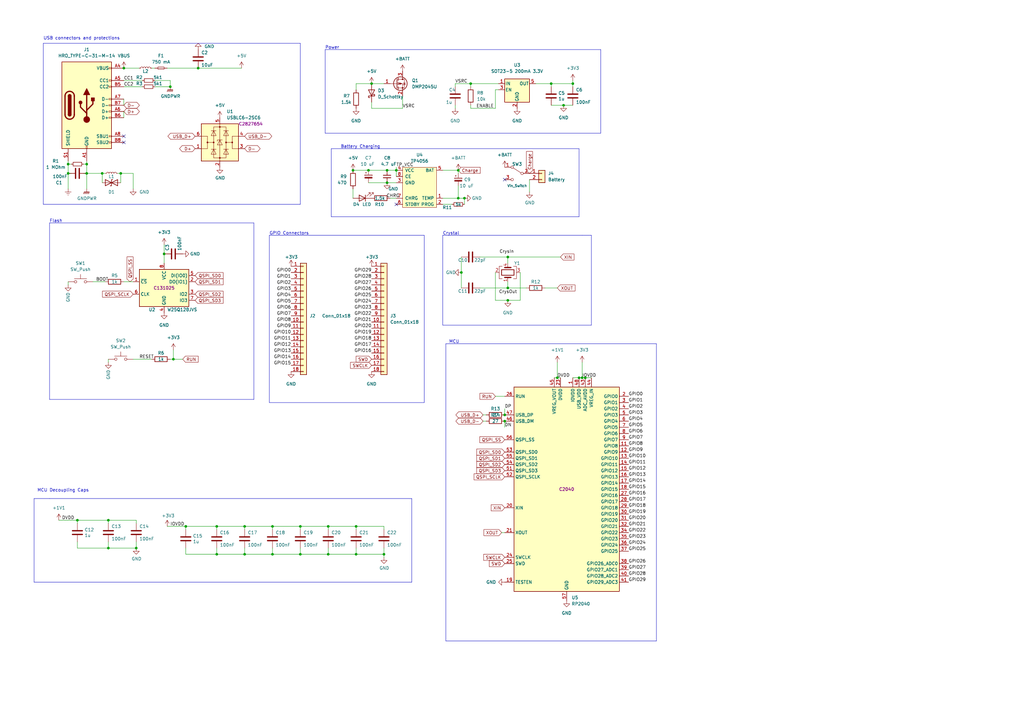
<source format=kicad_sch>
(kicad_sch (version 20211123) (generator eeschema)
  (paper "A3")
  (junction (at 208.28 118.11))
  (junction (at 162.56 69.85))
  (junction (at 207.01 170.18))
  (junction (at 49.53 71.12))
  (junction (at 208.28 105.41))
  (junction (at 240.03 154.94))
  (junction (at 123.19 227.33))
  (junction (at 190.5 81.28))
  (junction (at 100.33 227.33))
  (junction (at 69.85 35.56))
  (junction (at 88.9 215.9))
  (junction (at 134.62 215.9))
  (junction (at 44.45 224.79))
  (junction (at 187.96 69.85))
  (junction (at 234.95 34.29))
  (junction (at 146.05 227.33))
  (junction (at 41.91 71.12))
  (junction (at 158.75 69.85))
  (junction (at 231.14 43.18))
  (junction (at 111.76 227.33))
  (junction (at 228.6 154.94))
  (junction (at 123.19 215.9))
  (junction (at 187.96 81.28))
  (junction (at 144.78 69.85))
  (junction (at 134.62 227.33))
  (junction (at 111.76 215.9))
  (junction (at 27.94 67.31) (diameter 0.9144))
  (junction (at 55.88 224.79))
  (junction (at 146.05 215.9))
  (junction (at 193.04 34.29))
  (junction (at 100.33 215.9))
  (junction (at 158.75 74.93))
  (junction (at 76.2 215.9))
  (junction (at 208.28 123.19))
  (junction (at 226.06 34.29))
  (junction (at 238.76 154.94))
  (junction (at 151.13 69.85))
  (junction (at 67.31 104.14))
  (junction (at 152.4 34.29))
  (junction (at 35.56 67.31) (diameter 0.9144))
  (junction (at 71.12 147.32))
  (junction (at 44.45 213.36))
  (junction (at 27.94 71.12) (diameter 0.9144))
  (junction (at 88.9 227.33))
  (junction (at 157.48 227.33))
  (junction (at 81.28 27.94))
  (junction (at 237.49 154.94))
  (junction (at 31.75 213.36))
  (junction (at 50.8 27.94))
  (junction (at 35.56 71.12) (diameter 0.9144))
  (junction (at 207.01 172.72))
  (junction (at 189.23 111.76))
  (no_connect (at 50.8 58.42))
  (no_connect (at 50.8 55.88))
  (no_connect (at 207.01 73.66))
  (no_connect (at 162.56 83.82))
  (wire (pts (xy 100.33 227.33) (xy 88.9 227.33)))
  (wire (pts (xy 207.01 175.26) (xy 207.01 172.72)))
  (wire (pts (xy 111.76 217.17) (xy 111.76 215.9)))
  (wire (pts (xy 69.85 33.02) (xy 69.85 35.56)))
  (wire (pts (xy 123.19 215.9) (xy 134.62 215.9)))
  (wire (pts (xy 38.1 115.57) (xy 43.18 115.57)))
  (wire (pts (xy 144.78 77.47) (xy 144.78 81.28)))
  (wire (pts (xy 165.1 39.37) (xy 165.1 44.45)))
  (wire (pts (xy 196.85 105.41) (xy 208.28 105.41)))
  (wire (pts (xy 234.95 33.02) (xy 234.95 34.29)))
  (polyline (pts (xy 17.78 17.78) (xy 123.19 17.78)) (stroke (width 0) (type solid)))
  (wire (pts (xy 50.8 45.72) (xy 50.8 48.26)))
  (wire (pts (xy 44.45 222.25) (xy 44.45 224.79)))
  (wire (pts (xy 186.69 34.29) (xy 186.69 35.56)))
  (wire (pts (xy 193.04 35.56) (xy 193.04 34.29)))
  (wire (pts (xy 203.2 162.56) (xy 207.01 162.56)))
  (wire (pts (xy 227.33 154.94) (xy 228.6 154.94)))
  (polyline (pts (xy 135.89 60.96) (xy 135.89 88.9)) (stroke (width 0) (type solid)))
  (polyline (pts (xy 182.88 140.97) (xy 182.88 262.89)) (stroke (width 0) (type solid)))
  (wire (pts (xy 187.96 76.2) (xy 187.96 81.28)))
  (wire (pts (xy 34.29 67.31) (xy 35.56 67.31)))
  (wire (pts (xy 88.9 215.9) (xy 100.33 215.9)))
  (wire (pts (xy 41.91 71.12) (xy 35.56 71.12)))
  (wire (pts (xy 76.2 224.79) (xy 76.2 227.33)))
  (wire (pts (xy 62.23 27.94) (xy 63.5 27.94)))
  (wire (pts (xy 146.05 34.29) (xy 152.4 34.29)))
  (wire (pts (xy 226.06 34.29) (xy 226.06 35.56)))
  (wire (pts (xy 238.76 148.59) (xy 238.76 154.94)))
  (wire (pts (xy 198.12 170.18) (xy 199.39 170.18)))
  (wire (pts (xy 146.05 227.33) (xy 157.48 227.33)))
  (wire (pts (xy 44.45 213.36) (xy 55.88 213.36)))
  (polyline (pts (xy 237.49 88.9) (xy 237.49 60.96)) (stroke (width 0) (type solid)))
  (wire (pts (xy 193.04 34.29) (xy 204.47 34.29)))
  (wire (pts (xy 50.8 33.02) (xy 58.42 33.02)))
  (wire (pts (xy 152.4 34.29) (xy 157.48 34.29)))
  (wire (pts (xy 223.52 118.11) (xy 228.6 118.11)))
  (wire (pts (xy 31.75 222.25) (xy 31.75 224.79)))
  (wire (pts (xy 134.62 217.17) (xy 134.62 215.9)))
  (wire (pts (xy 71.12 147.32) (xy 69.85 147.32)))
  (wire (pts (xy 88.9 224.79) (xy 88.9 227.33)))
  (polyline (pts (xy 20.32 91.44) (xy 104.14 91.44)) (stroke (width 0) (type solid)))
  (wire (pts (xy 31.75 213.36) (xy 44.45 213.36)))
  (wire (pts (xy 160.02 81.28) (xy 162.56 81.28)))
  (wire (pts (xy 203.2 36.83) (xy 203.2 44.45)))
  (wire (pts (xy 208.28 105.41) (xy 229.87 105.41)))
  (polyline (pts (xy 20.32 204.47) (xy 168.91 204.47)) (stroke (width 0) (type solid)))
  (wire (pts (xy 198.12 172.72) (xy 199.39 172.72)))
  (wire (pts (xy 157.48 217.17) (xy 157.48 215.9)))
  (wire (pts (xy 186.69 44.45) (xy 186.69 43.18)))
  (wire (pts (xy 208.28 115.57) (xy 208.28 118.11)))
  (wire (pts (xy 63.5 33.02) (xy 69.85 33.02)))
  (wire (pts (xy 240.03 154.94) (xy 242.57 154.94)))
  (wire (pts (xy 217.17 73.66) (xy 217.17 78.74)))
  (wire (pts (xy 204.47 36.83) (xy 203.2 36.83)))
  (polyline (pts (xy 238.76 96.52) (xy 181.61 96.52)) (stroke (width 0) (type solid)))
  (wire (pts (xy 158.75 74.93) (xy 162.56 74.93)))
  (wire (pts (xy 76.2 217.17) (xy 76.2 215.9)))
  (wire (pts (xy 24.13 213.36) (xy 31.75 213.36)))
  (wire (pts (xy 162.56 69.85) (xy 162.56 72.39)))
  (wire (pts (xy 31.75 224.79) (xy 44.45 224.79)))
  (wire (pts (xy 48.26 71.12) (xy 49.53 71.12)))
  (polyline (pts (xy 181.61 133.35) (xy 242.57 133.35)) (stroke (width 0) (type solid)))
  (wire (pts (xy 203.2 123.19) (xy 208.28 123.19)))
  (wire (pts (xy 146.05 215.9) (xy 157.48 215.9)))
  (wire (pts (xy 146.05 34.29) (xy 146.05 36.83)))
  (wire (pts (xy 49.53 71.12) (xy 49.53 74.93)))
  (polyline (pts (xy 123.19 83.82) (xy 123.19 17.78)) (stroke (width 0) (type solid)))
  (wire (pts (xy 44.45 148.59) (xy 44.45 147.32)))
  (wire (pts (xy 50.8 115.57) (xy 54.61 115.57)))
  (wire (pts (xy 55.88 222.25) (xy 55.88 224.79)))
  (wire (pts (xy 134.62 215.9) (xy 146.05 215.9)))
  (wire (pts (xy 50.8 27.94) (xy 57.15 27.94)))
  (wire (pts (xy 31.75 214.63) (xy 31.75 213.36)))
  (polyline (pts (xy 104.14 91.44) (xy 104.14 163.83)) (stroke (width 0) (type solid)))
  (wire (pts (xy 157.48 227.33) (xy 157.48 228.6)))
  (polyline (pts (xy 20.32 91.44) (xy 20.32 163.83)) (stroke (width 0) (type solid)))
  (wire (pts (xy 55.88 224.79) (xy 44.45 224.79)))
  (polyline (pts (xy 173.99 96.52) (xy 173.99 165.1)) (stroke (width 0) (type solid)))
  (wire (pts (xy 234.95 35.56) (xy 234.95 34.29)))
  (wire (pts (xy 27.94 66.04) (xy 27.94 67.31)))
  (wire (pts (xy 146.05 217.17) (xy 146.05 215.9)))
  (wire (pts (xy 228.6 148.59) (xy 228.6 154.94)))
  (wire (pts (xy 76.2 215.9) (xy 88.9 215.9)))
  (wire (pts (xy 152.4 41.91) (xy 152.4 44.45)))
  (wire (pts (xy 228.6 154.94) (xy 229.87 154.94)))
  (wire (pts (xy 68.58 27.94) (xy 81.28 27.94)))
  (wire (pts (xy 68.58 215.9) (xy 76.2 215.9)))
  (wire (pts (xy 27.94 67.31) (xy 27.94 71.12)))
  (wire (pts (xy 41.91 71.12) (xy 41.91 74.93)))
  (wire (pts (xy 63.5 35.56) (xy 69.85 35.56)))
  (wire (pts (xy 189.23 111.76) (xy 189.23 118.11)))
  (wire (pts (xy 111.76 215.9) (xy 123.19 215.9)))
  (wire (pts (xy 181.61 81.28) (xy 187.96 81.28)))
  (wire (pts (xy 186.69 34.29) (xy 193.04 34.29)))
  (wire (pts (xy 226.06 43.18) (xy 231.14 43.18)))
  (wire (pts (xy 71.12 143.51) (xy 71.12 147.32)))
  (polyline (pts (xy 135.89 88.9) (xy 237.49 88.9)) (stroke (width 0) (type solid)))
  (polyline (pts (xy 133.35 54.61) (xy 246.38 54.61)) (stroke (width 0) (type solid)))
  (wire (pts (xy 67.31 104.14) (xy 67.31 107.95)))
  (wire (pts (xy 207.01 167.64) (xy 207.01 170.18)))
  (wire (pts (xy 134.62 224.79) (xy 134.62 227.33)))
  (wire (pts (xy 238.76 154.94) (xy 240.03 154.94)))
  (wire (pts (xy 54.61 77.47) (xy 54.61 71.12)))
  (wire (pts (xy 190.5 83.82) (xy 190.5 81.28)))
  (wire (pts (xy 226.06 34.29) (xy 234.95 34.29)))
  (wire (pts (xy 181.61 69.85) (xy 187.96 69.85)))
  (wire (pts (xy 190.5 81.28) (xy 187.96 81.28)))
  (wire (pts (xy 100.33 217.17) (xy 100.33 215.9)))
  (wire (pts (xy 193.04 44.45) (xy 203.2 44.45)))
  (polyline (pts (xy 168.91 204.47) (xy 168.91 238.76)) (stroke (width 0) (type solid)))
  (wire (pts (xy 100.33 224.79) (xy 100.33 227.33)))
  (wire (pts (xy 27.94 71.12) (xy 27.94 77.47)))
  (wire (pts (xy 76.2 227.33) (xy 88.9 227.33)))
  (wire (pts (xy 146.05 227.33) (xy 134.62 227.33)))
  (polyline (pts (xy 246.38 54.61) (xy 246.38 20.32)) (stroke (width 0) (type solid)))
  (wire (pts (xy 187.96 71.12) (xy 187.96 69.85)))
  (wire (pts (xy 158.75 69.85) (xy 162.56 69.85)))
  (wire (pts (xy 234.95 154.94) (xy 237.49 154.94)))
  (polyline (pts (xy 110.49 96.52) (xy 173.99 96.52)) (stroke (width 0) (type solid)))
  (wire (pts (xy 44.45 214.63) (xy 44.45 213.36)))
  (wire (pts (xy 43.18 71.12) (xy 41.91 71.12)))
  (wire (pts (xy 196.85 118.11) (xy 208.28 118.11)))
  (wire (pts (xy 189.23 105.41) (xy 189.23 111.76)))
  (wire (pts (xy 162.56 68.58) (xy 162.56 69.85)))
  (wire (pts (xy 157.48 224.79) (xy 157.48 227.33)))
  (wire (pts (xy 29.21 71.12) (xy 27.94 71.12)))
  (polyline (pts (xy 242.57 133.35) (xy 242.57 96.52)) (stroke (width 0) (type solid)))
  (polyline (pts (xy 110.49 96.52) (xy 110.49 165.1)) (stroke (width 0) (type solid)))
  (wire (pts (xy 88.9 217.17) (xy 88.9 215.9)))
  (polyline (pts (xy 168.91 238.76) (xy 13.97 238.76)) (stroke (width 0) (type solid)))
  (wire (pts (xy 213.36 123.19) (xy 208.28 123.19)))
  (polyline (pts (xy 269.24 262.89) (xy 182.88 262.89)) (stroke (width 0) (type solid)))
  (wire (pts (xy 181.61 83.82) (xy 185.42 83.82)))
  (polyline (pts (xy 173.99 165.1) (xy 110.49 165.1)) (stroke (width 0) (type solid)))
  (wire (pts (xy 208.28 107.95) (xy 208.28 105.41)))
  (wire (pts (xy 144.78 69.85) (xy 151.13 69.85)))
  (wire (pts (xy 151.13 74.93) (xy 158.75 74.93)))
  (wire (pts (xy 81.28 27.94) (xy 99.06 27.94)))
  (wire (pts (xy 50.8 40.64) (xy 50.8 43.18)))
  (polyline (pts (xy 181.61 96.52) (xy 181.61 133.35)) (stroke (width 0) (type solid)))
  (wire (pts (xy 205.74 218.44) (xy 207.01 218.44)))
  (wire (pts (xy 35.56 67.31) (xy 35.56 71.12)))
  (wire (pts (xy 29.21 67.31) (xy 27.94 67.31)))
  (wire (pts (xy 62.23 147.32) (xy 54.61 147.32)))
  (wire (pts (xy 27.94 116.84) (xy 27.94 115.57)))
  (polyline (pts (xy 13.97 204.47) (xy 20.32 204.47)) (stroke (width 0) (type solid)))
  (wire (pts (xy 100.33 215.9) (xy 111.76 215.9)))
  (wire (pts (xy 35.56 71.12) (xy 35.56 77.47)))
  (wire (pts (xy 203.2 111.76) (xy 203.2 123.19)))
  (wire (pts (xy 111.76 227.33) (xy 100.33 227.33)))
  (wire (pts (xy 123.19 224.79) (xy 123.19 227.33)))
  (polyline (pts (xy 133.35 20.32) (xy 246.38 20.32)) (stroke (width 0) (type solid)))
  (wire (pts (xy 213.36 111.76) (xy 213.36 123.19)))
  (wire (pts (xy 55.88 214.63) (xy 55.88 213.36)))
  (wire (pts (xy 67.31 100.33) (xy 67.31 104.14)))
  (wire (pts (xy 74.93 147.32) (xy 71.12 147.32)))
  (wire (pts (xy 123.19 217.17) (xy 123.19 215.9)))
  (wire (pts (xy 111.76 224.79) (xy 111.76 227.33)))
  (wire (pts (xy 193.04 43.18) (xy 193.04 44.45)))
  (wire (pts (xy 134.62 227.33) (xy 123.19 227.33)))
  (wire (pts (xy 237.49 154.94) (xy 238.76 154.94)))
  (polyline (pts (xy 238.76 96.52) (xy 242.57 96.52)) (stroke (width 0) (type solid)))
  (polyline (pts (xy 269.24 140.97) (xy 269.24 262.89)) (stroke (width 0) (type solid)))
  (wire (pts (xy 151.13 69.85) (xy 158.75 69.85)))
  (polyline (pts (xy 13.97 238.76) (xy 13.97 204.47)) (stroke (width 0) (type solid)))
  (wire (pts (xy 208.28 118.11) (xy 215.9 118.11)))
  (wire (pts (xy 123.19 227.33) (xy 111.76 227.33)))
  (polyline (pts (xy 17.78 83.82) (xy 123.19 83.82)) (stroke (width 0) (type solid)))
  (polyline (pts (xy 182.88 140.97) (xy 269.24 140.97)) (stroke (width 0) (type solid)))
  (polyline (pts (xy 133.35 20.32) (xy 133.35 54.61)) (stroke (width 0) (type solid)))
  (wire (pts (xy 34.29 71.12) (xy 35.56 71.12)))
  (polyline (pts (xy 17.78 17.78) (xy 17.78 83.82)) (stroke (width 0) (type solid)))
  (polyline (pts (xy 135.89 60.96) (xy 237.49 60.96)) (stroke (width 0) (type solid)))
  (polyline (pts (xy 104.14 163.83) (xy 20.32 163.83)) (stroke (width 0) (type solid)))
  (wire (pts (xy 234.95 43.18) (xy 231.14 43.18)))
  (wire (pts (xy 54.61 71.12) (xy 49.53 71.12)))
  (wire (pts (xy 35.56 66.04) (xy 35.56 67.31)))
  (wire (pts (xy 146.05 224.79) (xy 146.05 227.33)))
  (wire (pts (xy 152.4 44.45) (xy 165.1 44.45)))
  (wire (pts (xy 219.71 34.29) (xy 226.06 34.29)))
  (wire (pts (xy 50.8 35.56) (xy 58.42 35.56)))
  (text "USB connectors and protections" (at 17.78 16.51 0) (effects (font (size 1.27 1.27)) (justify left bottom)))
  (text "Battery Charging" (at 139.7 60.96 0) (effects (font (size 1.27 1.27)) (justify left bottom)))
  (text "Crystal" (at 181.61 96.52 0) (effects (font (size 1.27 1.27)) (justify left bottom)))
  (text "MCU\n" (at 184.15 140.97 0) (effects (font (size 1.27 1.27)) (justify left bottom)))
  (text "MCU Decoupling Caps" (at 15.24 201.93 0) (effects (font (size 1.27 1.27)) (justify left bottom)))
  (text "Flash" (at 20.32 91.44 0) (effects (font (size 1.27 1.27)) (justify left bottom)))
  (text "Power" (at 133.35 20.32 0) (effects (font (size 1.27 1.27)) (justify left bottom)))
  (text "GPIO Connectors" (at 110.49 96.52 0) (effects (font (size 1.27 1.27)) (justify left bottom)))
  (label "GPIO25" (at 257.81 226.06 0))
  (label "GPIO14" (at 257.81 198.12 0))
  (label "GPIO2" (at 257.81 167.64 0))
  (label "GPIO22" (at 257.81 218.44 0))
  (label "VSRC" (at 165.1 44.45 0))
  (label "GPIO12" (at 257.81 193.04 0))
  (label "GPIO22" (at 152.4 129.54 180))
  (label "GPIO11" (at 257.81 190.5 0))
  (label "GPIO5" (at 119.38 124.46 180))
  (label "GPIO13" (at 257.81 195.58 0))
  (label "GPIO23" (at 257.81 220.98 0))
  (label "GPIO2" (at 119.38 116.84 180))
  (label "GPIO9" (at 257.81 185.42 0))
  (label "GPIO27" (at 257.81 233.68 0))
  (label "GPIO0" (at 257.81 162.56 0))
  (label "GPIO6" (at 257.81 177.8 0))
  (label "GPIO8" (at 119.38 132.08 180))
  (label "GPIO3" (at 257.81 170.18 0))
  (label "GPIO4" (at 257.81 172.72 0))
  (label "BOOT" (at 39.37 115.57 0))
  (label "GPIO14" (at 119.38 147.32 180))
  (label "GPIO26" (at 257.81 231.14 0))
  (label "GPIO26" (at 152.4 119.38 180))
  (label "GPIO1" (at 257.81 165.1 0))
  (label "CHRG" (at 163.83 81.28 180))
  (label "IOVDD" (at 238.76 154.94 0))
  (label "GPIO17" (at 257.81 205.74 0))
  (label "GPIO21" (at 257.81 215.9 0))
  (label "CC2" (at 50.8 35.56 0))
  (label "GPIO15" (at 119.38 149.86 180))
  (label "DP" (at 207.01 167.64 0))
  (label "GPIO10" (at 119.38 137.16 180))
  (label "GPIO20" (at 152.4 134.62 180))
  (label "GPIO7" (at 119.38 129.54 180))
  (label "GPIO25" (at 152.4 121.92 180))
  (label "GPIO13" (at 119.38 144.78 180))
  (label "GPIO28" (at 257.81 236.22 0))
  (label "DN" (at 207.01 175.26 0))
  (label "GPIO6" (at 119.38 127 180))
  (label "GPIO23" (at 152.4 127 180))
  (label "GPIO3" (at 119.38 119.38 180))
  (label "DVDD" (at 25.4 213.36 0))
  (label "CrysIn" (at 210.82 104.14 180))
  (label "GPIO1" (at 119.38 114.3 180))
  (label "GPIO16" (at 257.81 203.2 0))
  (label "GPIO4" (at 119.38 121.92 180))
  (label "ENABLE" (at 202.565 44.45 180))
  (label "GPIO9" (at 119.38 134.62 180))
  (label "GPIO27" (at 152.4 116.84 180))
  (label "IOVDD" (at 69.85 215.9 0))
  (label "GPIO0" (at 119.38 111.76 180))
  (label "GPIO24" (at 257.81 223.52 0))
  (label "GPIO18" (at 152.4 139.7 180))
  (label "CC1" (at 50.8 33.02 0))
  (label "GPIO21" (at 152.4 132.08 180))
  (label "RESET" (at 57.15 147.32 0))
  (label "GPIO29" (at 152.4 111.76 180))
  (label "GPIO20" (at 257.81 213.36 0))
  (label "GPIO15" (at 257.81 200.66 0))
  (label "GPIO24" (at 152.4 124.46 180))
  (label "GPIO18" (at 257.81 208.28 0))
  (label "GPIO16" (at 152.4 144.78 180))
  (label "GPIO29" (at 257.81 238.76 0))
  (label "GPIO12" (at 119.38 142.24 180))
  (label "DVDD" (at 228.6 154.94 0))
  (label "GPIO19" (at 152.4 137.16 180))
  (label "GPIO11" (at 119.38 139.7 180))
  (label "GPIO5" (at 257.81 175.26 0))
  (label "GPIO19" (at 257.81 210.82 0))
  (label "CrysOut" (at 212.09 120.65 180))
  (label "TP_VCC" (at 162.56 68.58 0))
  (label "VSRC" (at 186.69 34.29 0))
  (label "GPIO17" (at 152.4 142.24 180))
  (label "GPIO8" (at 257.81 182.88 0))
  (label "GPIO7" (at 257.81 180.34 0))
  (label "GPIO10" (at 257.81 187.96 0))
  (label "GPIO28" (at 152.4 114.3 180))
  (global_label "QSPI_SD0" (shape input) (at 207.01 185.42 180) (property "Intersheet References" "${INTERSHEET_REFS}" (effects hide)))
  (global_label "D-" (shape bidirectional) (at 50.8 43.18 0) (property "Intersheet References" "${INTERSHEET_REFS}" (effects hide)))
  (global_label "QSPI_SD1" (shape input) (at 207.01 187.96 180) (property "Intersheet References" "${INTERSHEET_REFS}" (effects hide)))
  (global_label "USB_D+" (shape bidirectional) (at 80.01 55.88 180) (property "Intersheet References" "${INTERSHEET_REFS}" (effects hide)))
  (global_label "QSPI_SS" (shape input) (at 207.01 180.34 180) (property "Intersheet References" "${INTERSHEET_REFS}" (effects hide)))
  (global_label "USB_D+" (shape bidirectional) (at 198.12 170.18 180) (property "Intersheet References" "${INTERSHEET_REFS}" (effects hide)))
  (global_label "USB_D-" (shape bidirectional) (at 198.12 172.72 180) (property "Intersheet References" "${INTERSHEET_REFS}" (effects hide)))
  (global_label "XOUT" (shape input) (at 228.6 118.11 0) (property "Intersheet References" "${INTERSHEET_REFS}" (effects hide)))
  (global_label "QSPI_SS" (shape input) (at 53.34 115.57 90) (property "Intersheet References" "${INTERSHEET_REFS}" (effects hide)))
  (global_label "USB_D-" (shape bidirectional) (at 100.33 55.88 0) (property "Intersheet References" "${INTERSHEET_REFS}" (effects hide)))
  (global_label "QSPI_SCLK" (shape input) (at 207.01 195.58 180) (property "Intersheet References" "${INTERSHEET_REFS}" (effects hide)))
  (global_label "D-" (shape bidirectional) (at 100.33 60.96 0) (property "Intersheet References" "${INTERSHEET_REFS}" (effects hide)))
  (global_label "SWD" (shape input) (at 152.4 147.32 180) (property "Intersheet References" "${INTERSHEET_REFS}" (effects hide)))
  (global_label "Charge" (shape input) (at 187.96 69.85 0) (property "Intersheet References" "${INTERSHEET_REFS}" (effects hide)))
  (global_label "QSPI_SD2" (shape input) (at 207.01 190.5 180) (property "Intersheet References" "${INTERSHEET_REFS}" (effects hide)))
  (global_label "Charge" (shape input) (at 217.17 71.12 90) (property "Intersheet References" "${INTERSHEET_REFS}" (effects hide)))
  (global_label "XIN" (shape input) (at 207.01 208.28 180) (property "Intersheet References" "${INTERSHEET_REFS}" (effects hide)))
  (global_label "QSPI_SD2" (shape input) (at 80.01 120.65 0) (property "Intersheet References" "${INTERSHEET_REFS}" (effects hide)))
  (global_label "RUN" (shape input) (at 203.2 162.56 180) (property "Intersheet References" "${INTERSHEET_REFS}" (effects hide)))
  (global_label "RUN" (shape input) (at 74.93 147.32 0) (property "Intersheet References" "${INTERSHEET_REFS}" (effects hide)))
  (global_label "D+" (shape bidirectional) (at 80.01 60.96 180) (property "Intersheet References" "${INTERSHEET_REFS}" (effects hide)))
  (global_label "D+" (shape bidirectional) (at 50.8 45.72 0) (property "Intersheet References" "${INTERSHEET_REFS}" (effects hide)))
  (global_label "XIN" (shape input) (at 229.87 105.41 0) (property "Intersheet References" "${INTERSHEET_REFS}" (effects hide)))
  (global_label "QSPI_SD0" (shape input) (at 80.01 113.03 0) (property "Intersheet References" "${INTERSHEET_REFS}" (effects hide)))
  (global_label "QSPI_SD3" (shape input) (at 207.01 193.04 180) (property "Intersheet References" "${INTERSHEET_REFS}" (effects hide)))
  (global_label "XOUT" (shape input) (at 205.74 218.44 180) (property "Intersheet References" "${INTERSHEET_REFS}" (effects hide)))
  (global_label "SWCLK" (shape input) (at 152.4 149.86 180) (property "Intersheet References" "${INTERSHEET_REFS}" (effects hide)))
  (global_label "QSPI_SD3" (shape input) (at 80.01 123.19 0) (property "Intersheet References" "${INTERSHEET_REFS}" (effects hide)))
  (global_label "QSPI_SCLK" (shape input) (at 54.61 120.65 180) (property "Intersheet References" "${INTERSHEET_REFS}" (effects hide)))
  (global_label "QSPI_SD1" (shape input) (at 80.01 115.57 0) (property "Intersheet References" "${INTERSHEET_REFS}" (effects hide)))
  (global_label "SWD" (shape input) (at 207.01 231.14 180) (property "Intersheet References" "${INTERSHEET_REFS}" (effects hide)))
  (global_label "SWCLK" (shape input) (at 207.01 228.6 180) (property "Intersheet References" "${INTERSHEET_REFS}" (effects hide)))
  (symbol (lib_id "Device:L_Small") (at 59.69 27.94 90) (unit 1)
    (property "Reference" "L2" (at 59.69 29.21 90))
    (property "Value" "BLM15PX121SN1D" (effects hide))
    (property "Footprint" "Inductor_SMD:L_0402_1005Metric" (effects hide))
    (property "LCSC" "C88970" (effects hide))
  )
  (symbol (lib_id "power:GND") (at 186.69 44.45 0) (unit 1)
    (property "Reference" "#PWR024" (effects hide))
    (property "Value" "GND" (at 186.69 49.53 0))
  )
  (symbol (lib_id "power:GND") (at 67.31 128.27 0) (unit 1)
    (property "Reference" "#PWR014" (effects hide))
    (property "Value" "GND" (at 67.31 133.35 0))
  )
  (symbol (lib_id "Device:R_Small") (at 187.96 83.82 90) (unit 1)
    (property "Reference" "R11" (at 185.42 85.09 90) (effects (justify left)))
    (property "Value" "5k" (at 189.23 83.82 90) (effects (justify left)))
    (property "Footprint" "Resistor_SMD:R_0603_1608Metric" (effects hide))
    (property "LCSC" "C2828621" (effects hide))
  )
  (symbol (lib_id "power:GND") (at 189.23 111.76 270) (unit 1)
    (property "Reference" "#PWR034" (effects hide))
    (property "Value" "GND" (at 182.88 111.76 90) (effects (justify left)))
  )
  (symbol (lib_id "Device:R_Small") (at 60.96 33.02 90) (unit 1)
    (property "Reference" "R2" (at 57.15 31.75 90))
    (property "Value" "5k1" (at 64.77 31.75 90))
    (property "Footprint" "Resistor_SMD:R_0402_1005Metric" (effects hide))
    (property "LCSC" "C25905" (effects hide))
  )
  (symbol (lib_id "power:GND") (at 157.48 228.6 0) (unit 1)
    (property "Reference" "#PWR039" (effects hide))
    (property "Value" "GND" (at 157.607 232.9942 0))
  )
  (symbol (lib_id "power:+5V") (at 152.4 34.29 0) (unit 1)
    (property "Reference" "#PWR020" (effects hide))
    (property "Value" "+5V" (at 152.4 29.21 0))
  )
  (symbol (lib_id "power:+BATT") (at 207.01 68.58 0) (unit 1)
    (property "Reference" "#PWR032" (effects hide))
    (property "Value" "+BATT" (at 207.01 63.5 0))
  )
  (symbol (lib_id "power:GND") (at 207.01 238.76 270) (unit 1)
    (property "Reference" "#PWR040" (effects hide))
    (property "Value" "GND" (at 199.39 238.76 90) (effects (justify left)))
  )
  (symbol (lib_id "Connector_Generic:Conn_01x18") (at 124.46 129.54 0) (unit 1)
    (property "Reference" "J2" (at 127 129.5399 0) (effects (justify left)))
    (property "Value" "Conn_01x18" (at 132.08 129.54 0) (effects (justify left)))
    (property "Footprint" "Connector_PinSocket_2.54mm:PinSocket_1x18_P2.54mm_Vertical" (effects hide))
  )
  (symbol (lib_id "power:GND") (at 55.88 224.79 0) (unit 1)
    (property "Reference" "#PWR037" (effects hide))
    (property "Value" "GND" (at 56.007 229.1842 0))
  )
  (symbol (lib_id "Device:C") (at 76.2 220.98 0) (unit 1)
    (property "Reference" "C15" (at 79.121 219.8116 0) (effects (justify left)))
    (property "Value" "1u" (at 79.121 222.123 0) (effects (justify left)))
    (property "Footprint" "Capacitor_SMD:C_0402_1005Metric" (effects hide))
    (property "pin" "44" (effects hide))
    (property "LCSC" "C14445" (effects hide))
  )
  (symbol (lib_id "Device:R_Small") (at 60.96 35.56 90) (unit 1)
    (property "Reference" "R3" (at 57.15 34.29 90))
    (property "Value" "5k1" (at 64.77 34.29 90))
    (property "Footprint" "Resistor_SMD:R_0402_1005Metric" (effects hide))
    (property "LCSC" "C25905" (effects hide))
  )
  (symbol (lib_id "MCU_RaspberryPi:RP2040") (at 232.41 200.66 0) (unit 1)
    (property "Reference" "U5" (at 234.4294 245.11 0) (effects (justify left)))
    (property "Value" "RP2040" (at 234.4294 247.65 0) (effects (justify left)))
    (property "Footprint" "Package_DFN_QFN:QFN-56-1EP_7x7mm_P0.4mm_EP3.2x3.2mm" (effects hide))
    (property "Datasheet" "https://datasheets.raspberrypi.com/rp2040/rp2040-datasheet.pdf" (effects hide))
    (property "LCSC" "C2040" (at 232.41 200.66 0))
  )
  (symbol (lib_id "power:VBUS") (at 50.8 27.94 0) (unit 1)
    (property "Reference" "#PWR03" (effects hide))
    (property "Value" "VBUS" (at 50.8 22.86 0))
  )
  (symbol (lib_id "Device:C") (at 31.75 71.12 90) (unit 1)
    (property "Reference" "C1" (at 22.86 74.93 90) (effects (justify right)))
    (property "Value" "100nF" (at 21.59 72.39 90) (effects (justify right)))
    (property "Footprint" "Capacitor_SMD:C_0402_1005Metric" (effects hide))
    (property "LCSC" "C1525" (effects hide))
  )
  (symbol (lib_id "Device:C_Polarized_Small") (at 151.13 72.39 0) (unit 1)
    (property "Reference" "C7" (at 152.4 64.77 0) (effects (justify right)))
    (property "Value" "10 uF" (at 153.67 67.31 0) (effects (justify right)))
    (property "Footprint" "Capacitor_SMD:CP_Elec_3x5.3" (effects hide))
    (property "LCSC" "C249450" (effects hide))
  )
  (symbol (lib_id "Transistor_FET:AO3401A") (at 162.56 34.29 0) (unit 1)
    (property "Reference" "Q1" (at 168.91 33.0199 0) (effects (justify left)))
    (property "Value" "DMP2045U" (at 168.91 35.5599 0) (effects (justify left)))
    (property "Footprint" "Package_TO_SOT_SMD:SOT-23" (effects hide))
    (property "Datasheet" "https://www.diodes.com/assets/Datasheets/DMP2045U.pdf" (effects hide))
    (property "LCSC" "C347476" (effects hide))
  )
  (symbol (lib_id "power:GND") (at 90.17 68.58 0) (unit 1)
    (property "Reference" "#PWR0103" (effects hide))
    (property "Value" "GND" (at 90.297 72.9742 0))
  )
  (symbol (lib_id "Connector:USB_C_Receptacle_USB2.0") (at 35.56 43.18 0) (unit 1)
    (property "Reference" "J1" (at 35.56 20.32 0))
    (property "Value" "HRO_TYPE-C-31-M-14" (at 35.56 22.86 0))
    (property "Footprint" "Connector_USB:USB_C_Receptacle_HRO_TYPE-C-31-M-12" (effects hide))
    (property "Datasheet" "https://www.usb.org/sites/default/files/documents/usb_type-c.zip" (effects hide))
    (property "LCSC" "C165948" (effects hide))
  )
  (symbol (lib_id "power:+5V") (at 90.17 48.26 0) (unit 1)
    (property "Reference" "#PWR0102" (effects hide))
    (property "Value" "+5V" (at 90.17 43.18 0))
  )
  (symbol (lib_id "Memory_Flash:W25Q128JVS") (at 67.31 118.11 0) (unit 1)
    (property "Reference" "U2" (at 60.96 127 0) (effects (justify left)))
    (property "Value" "W25Q128JVS" (at 68.58 127 0) (effects (justify left)))
    (property "Footprint" "Package_SO:SOIC-8_5.23x5.23mm_P1.27mm" (effects hide))
    (property "Datasheet" "http://www.winbond.com/resource-files/w25q128jv_dtr%20revc%2003272018%20plus.pdf" (effects hide))
    (property "LCSC" "C131025" (at 67.31 118.11 0))
  )
  (symbol (lib_id "Connector_Generic:Conn_01x02") (at 222.25 71.12 0) (unit 1)
    (property "Reference" "J4" (at 224.79 71.1199 0) (effects (justify left)))
    (property "Value" "Battery" (at 224.79 73.6599 0) (effects (justify left)))
    (property "Footprint" "Connector_JST:JST_EH_S2B-EH_1x02_P2.50mm_Horizontal" (effects hide))
  )
  (symbol (lib_id "power:GNDPWR") (at 35.56 77.47 0) (unit 1)
    (property "Reference" "#PWR02" (effects hide))
    (property "Value" "GNDPWR" (at 35.6616 81.3816 0))
  )
  (symbol (lib_id "power:GND") (at 158.75 74.93 0) (unit 1)
    (property "Reference" "#PWR029" (effects hide))
    (property "Value" "GND" (at 161.29 77.47 0))
  )
  (symbol (lib_id "Device:R") (at 66.04 147.32 90) (unit 1)
    (property "Reference" "R6" (at 66.04 144.78 90))
    (property "Value" "1k" (at 66.04 147.32 90))
    (property "Footprint" "Resistor_SMD:R_0402_1005Metric" (effects hide))
    (property "LCSC" "C106235" (effects hide))
  )
  (symbol (lib_id "Device:C_Polarized_Small") (at 187.96 73.66 0) (unit 1)
    (property "Reference" "C9" (at 193.04 73.66 0) (effects (justify right)))
    (property "Value" "10 uF" (at 194.31 76.2 0) (effects (justify right)))
    (property "Footprint" "Capacitor_SMD:CP_Elec_3x5.3" (effects hide))
    (property "LCSC" "C249450" (effects hide))
  )
  (symbol (lib_id "Device:R") (at 146.05 40.64 180) (unit 1)
    (property "Reference" "R7" (at 143.51 39.3699 0) (effects (justify left)))
    (property "Value" "1.5k" (at 144.145 41.91 0) (effects (justify left)))
    (property "Footprint" "Resistor_SMD:R_0402_1005Metric" (effects hide))
    (property "LCSC" "C114759" (effects hide))
  )
  (symbol (lib_id "Device:C") (at 44.45 218.44 180) (unit 1)
    (property "Reference" "C13" (at 45.72 215.9 0) (effects (justify right)))
    (property "Value" "100nF" (at 45.72 220.98 0) (effects (justify right)))
    (property "Footprint" "Capacitor_SMD:C_0402_1005Metric" (effects hide))
    (property "LCSC" "C1525" (effects hide))
  )
  (symbol (lib_id "Device:R") (at 219.71 118.11 90) (unit 1)
    (property "Reference" "R12" (at 219.71 115.57 90))
    (property "Value" "1k" (at 219.71 118.11 90))
    (property "Footprint" "Resistor_SMD:R_0402_1005Metric" (effects hide))
    (property "LCSC" "C106235" (effects hide))
  )
  (symbol (lib_id "Device:D_Schottky") (at 152.4 38.1 90) (unit 1)
    (property "Reference" "D3" (at 154.94 37.1474 90) (effects (justify right)))
    (property "Value" "D_Schottky" (at 154.94 39.6874 90) (effects (justify right)))
    (property "Footprint" "Diode_SMD:D_SOD-323" (effects hide))
    (property "LCSC" "C22624" (effects hide))
  )
  (symbol (lib_id "power:GND") (at 208.28 123.19 0) (unit 1)
    (property "Reference" "#PWR035" (effects hide))
    (property "Value" "GND" (at 208.28 128.27 0))
  )
  (symbol (lib_id "power:+1V1") (at 24.13 213.36 0) (unit 1)
    (property "Reference" "#PWR036" (effects hide))
    (property "Value" "+1V1" (at 24.13 208.28 0))
  )
  (symbol (lib_id "Device:C") (at 193.04 105.41 270) (unit 1)
    (property "Reference" "C10" (at 191.77 106.68 90) (effects (justify right)))
    (property "Value" "22pF" (at 199.39 106.68 90) (effects (justify right)))
    (property "Footprint" "Capacitor_SMD:C_0402_1005Metric" (effects hide))
    (property "LCSC" "C70464" (effects hide))
  )
  (symbol (lib_id "Device:C") (at 31.75 218.44 0) (unit 1)
    (property "Reference" "C12" (at 34.671 217.2716 0) (effects (justify left)))
    (property "Value" "1u" (at 34.671 219.583 0) (effects (justify left)))
    (property "Footprint" "Capacitor_SMD:C_0402_1005Metric" (effects hide))
    (property "pin" "44" (effects hide))
    (property "LCSC" "C14445" (effects hide))
  )
  (symbol (lib_id "Device:C") (at 55.88 218.44 180) (unit 1)
    (property "Reference" "C14" (at 57.15 215.9 0) (effects (justify right)))
    (property "Value" "100nF" (at 57.15 220.98 0) (effects (justify right)))
    (property "Footprint" "Capacitor_SMD:C_0402_1005Metric" (effects hide))
    (property "LCSC" "C1525" (effects hide))
  )
  (symbol (lib_id "power:+BATT") (at 165.1 29.21 0) (unit 1)
    (property "Reference" "#PWR023" (effects hide))
    (property "Value" "+BATT" (at 165.1 24.13 0))
  )
  (symbol (lib_id "power:GND") (at 217.17 78.74 0) (unit 1)
    (property "Reference" "#PWR033" (effects hide))
    (property "Value" "GND" (at 217.297 83.1342 0))
  )
  (symbol (lib_id "Device:Fuse_Small") (at 66.04 27.94 0) (unit 1)
    (property "Reference" "F1" (at 66.04 22.86 0))
    (property "Value" "750 mA" (at 66.04 25.4 0))
    (property "Footprint" "Fuse:Fuse_0603_1608Metric" (effects hide))
    (property "LCSC" "C182438" (effects hide))
  )
  (symbol (lib_id "power:GND") (at 152.4 152.4 0) (unit 1)
    (property "Reference" "#PWR022" (effects hide))
    (property "Value" "GND" (at 152.4 157.48 0))
  )
  (symbol (lib_id "Device:C") (at 111.76 220.98 180) (unit 1)
    (property "Reference" "C18" (at 113.03 218.44 0) (effects (justify right)))
    (property "Value" "100nF" (at 113.03 223.52 0) (effects (justify right)))
    (property "Footprint" "Capacitor_SMD:C_0402_1005Metric" (effects hide))
    (property "LCSC" "C1525" (effects hide))
  )
  (symbol (lib_id "power:+3V3") (at 67.31 100.33 0) (unit 1)
    (property "Reference" "#PWR013" (effects hide))
    (property "Value" "+3V3" (at 67.31 95.25 0))
  )
  (symbol (lib_id "power:+3V3") (at 71.12 143.51 0) (unit 1)
    (property "Reference" "#PWR015" (effects hide))
    (property "Value" "+3V3" (at 71.12 138.43 0))
  )
  (symbol (lib_id "Power_Protection:USBLC6-2SC6") (at 90.17 58.42 0) (unit 1)
    (property "Reference" "U1" (at 92.9387 45.72 0) (effects (justify left)))
    (property "Value" "USBLC6-2SC6" (at 92.9387 48.26 0) (effects (justify left)))
    (property "Footprint" "Package_TO_SOT_SMD:SOT-23-6" (effects hide))
    (property "Datasheet" "https://www.st.com/resource/en/datasheet/usblc6-2.pdf" (effects hide))
    (property "LCSC" "C2827654" (at 102.87 50.8 0))
  )
  (symbol (lib_id "power:GND") (at 146.05 44.45 0) (unit 1)
    (property "Reference" "#PWR019" (effects hide))
    (property "Value" "GND" (at 146.05 49.53 0))
  )
  (symbol (lib_id "power:GNDPWR") (at 69.85 35.56 0) (unit 1)
    (property "Reference" "#PWR0101" (effects hide))
    (property "Value" "GNDPWR" (at 69.9516 39.4716 0))
  )
  (symbol (lib_id "power:+3V3") (at 68.58 215.9 0) (unit 1)
    (property "Reference" "#PWR038" (effects hide))
    (property "Value" "+3V3" (at 68.961 211.5058 0))
  )
  (symbol (lib_id "marbastlib-various:TP4056") (at 172.72 76.2 0) (unit 1)
    (property "Reference" "U4" (at 172.085 63.5 0))
    (property "Value" "TP4056" (at 172.085 66.04 0))
    (property "Footprint" "Package_SO:SOP-8-1EP_4.57x4.57mm_P1.27mm_EP4.57x4.45mm" (effects hide))
    (property "Datasheet" "https://datasheet.lcsc.com/szlcsc/1906261508_Nanjing-Extension-Microelectronics-TP4056-42-ESOP8_C16581.pdf" (effects hide))
    (property "LCSC" "C725790" (effects hide))
  )
  (symbol (lib_id "Device:C") (at 193.04 118.11 270) (unit 1)
    (property "Reference" "C11" (at 191.77 119.38 90) (effects (justify right)))
    (property "Value" "22pF" (at 199.39 119.38 90) (effects (justify right)))
    (property "Footprint" "Capacitor_SMD:C_0402_1005Metric" (effects hide))
    (property "LCSC" "C70464" (effects hide))
  )
  (symbol (lib_id "power:GND") (at 54.61 77.47 0) (unit 1)
    (property "Reference" "#PWR04" (effects hide))
    (property "Value" "GND" (at 57.15 78.7399 0) (effects (justify left)))
  )
  (symbol (lib_id "power:GND") (at 190.5 81.28 90) (unit 1)
    (property "Reference" "#PWR031" (effects hide))
    (property "Value" "GND" (at 195.58 81.28 90))
  )
  (symbol (lib_id "power:+3V3") (at 234.95 33.02 0) (unit 1)
    (property "Reference" "#PWR027" (effects hide))
    (property "Value" "+3V3" (at 234.95 27.94 0))
  )
  (symbol (lib_id "Device:R") (at 203.2 170.18 90) (unit 1)
    (property "Reference" "R13" (at 203.2 167.64 90))
    (property "Value" "27" (at 203.2 170.18 90))
    (property "Footprint" "Resistor_SMD:R_0402_1005Metric" (effects hide))
    (property "LCSC" "C3017455" (effects hide))
  )
  (symbol (lib_id "Device:C") (at 100.33 220.98 180) (unit 1)
    (property "Reference" "C17" (at 101.6 218.44 0) (effects (justify right)))
    (property "Value" "100nF" (at 101.6 223.52 0) (effects (justify right)))
    (property "Footprint" "Capacitor_SMD:C_0402_1005Metric" (effects hide))
    (property "LCSC" "C1525" (effects hide))
  )
  (symbol (lib_id "power:GND") (at 81.28 20.32 180) (unit 1)
    (property "Reference" "#PWR06" (effects hide))
    (property "Value" "GND" (at 83.82 19.0499 0) (effects (justify right)))
  )
  (symbol (lib_id "power:GND") (at 119.38 152.4 0) (unit 1)
    (property "Reference" "#PWR018" (effects hide))
    (property "Value" "GND" (at 119.38 157.48 0))
  )
  (symbol (lib_id "Device:R_Small") (at 31.75 67.31 90) (mirror x) (unit 1)
    (property "Reference" "R1" (at 22.86 66.04 90))
    (property "Value" "1 MOhm" (at 22.86 68.58 90))
    (property "Footprint" "Resistor_SMD:R_0402_1005Metric" (effects hide))
    (property "LCSC" "C26083" (effects hide))
  )
  (symbol (lib_id "power:+5V") (at 99.06 27.94 0) (unit 1)
    (property "Reference" "#PWR09" (effects hide))
    (property "Value" "+5V" (at 99.06 22.86 0))
  )
  (symbol (lib_id "power:+3V3") (at 152.4 109.22 0) (unit 1)
    (property "Reference" "#PWR021" (effects hide))
    (property "Value" "+3V3" (at 149.86 105.41 0) (effects (justify left)))
  )
  (symbol (lib_id "power:+1V1") (at 228.6 148.59 0) (unit 1)
    (property "Reference" "#PWR041" (effects hide))
    (property "Value" "+1V1" (at 228.6 143.51 0))
  )
  (symbol (lib_id "Device:C") (at 134.62 220.98 180) (unit 1)
    (property "Reference" "C20" (at 135.89 218.44 0) (effects (justify right)))
    (property "Value" "100nF" (at 135.89 223.52 0) (effects (justify right)))
    (property "Footprint" "Capacitor_SMD:C_0402_1005Metric" (effects hide))
    (property "LCSC" "C1525" (effects hide))
  )
  (symbol (lib_id "Device:R") (at 156.21 81.28 270) (unit 1)
    (property "Reference" "R10" (at 153.67 83.82 90) (effects (justify left)))
    (property "Value" "1.5k" (at 153.67 81.28 90) (effects (justify left)))
    (property "Footprint" "Resistor_SMD:R_0402_1005Metric" (effects hide))
    (property "LCSC" "C114759" (effects hide))
  )
  (symbol (lib_id "Device:C") (at 146.05 220.98 180) (unit 1)
    (property "Reference" "C21" (at 147.32 218.44 0) (effects (justify right)))
    (property "Value" "100nF" (at 147.32 223.52 0) (effects (justify right)))
    (property "Footprint" "Capacitor_SMD:C_0402_1005Metric" (effects hide))
    (property "LCSC" "C1525" (effects hide))
  )
  (symbol (lib_id "power:GND") (at 232.41 246.38 0) (unit 1)
    (property "Reference" "#PWR042" (effects hide))
    (property "Value" "GND" (at 232.41 251.46 0))
  )
  (symbol (lib_id "power:GND") (at 212.09 44.45 0) (unit 1)
    (property "Reference" "#PWR025" (effects hide))
    (property "Value" "GND" (at 212.09 49.53 0))
  )
  (symbol (lib_id "Regulator_Linear:TLV70033_SOT23-5") (at 212.09 36.83 0) (unit 1)
    (property "Reference" "U3" (at 212.09 26.67 0))
    (property "Value" "SOT23-5 200mA 3.3V" (at 212.09 29.21 0))
    (property "Footprint" "Package_TO_SOT_SMD:SOT-23-5" (effects hide))
    (property "Datasheet" "http://www.ti.com/lit/ds/symlink/tlv700.pdf" (effects hide))
    (property "LCSC" "C11337" (effects hide))
  )
  (symbol (lib_id "Switch:SW_Push") (at 49.53 147.32 0) (unit 1)
    (property "Reference" "SW2" (at 49.53 139.7 0))
    (property "Value" "SW_Push" (at 49.53 142.24 0))
    (property "Footprint" "Button_Switch_SMD:SW_Push_SPST_NO_Alps_SKRK" (effects hide))
    (property "LCSC" "C720477" (effects hide))
  )
  (symbol (lib_id "Switch:SW_SPDT") (at 212.09 71.12 0) (mirror y) (unit 1)
    (property "Reference" "SW3" (at 212.09 67.31 0))
    (property "Value" "Vin_Switch" (at 212.09 76.2 0) (effects (font (size 1.016 1.016))))
    (property "Footprint" "Buggy_Footprints:switch123" (effects hide))
    (property "LCSC" "C2848932" (effects hide))
  )
  (symbol (lib_id "power:GND") (at 27.94 116.84 0) (unit 1)
    (property "Reference" "#PWR011" (effects hide))
    (property "Value" "GND" (at 27.94 121.92 90))
  )
  (symbol (lib_id "Device:C_Small") (at 158.75 72.39 0) (unit 1)
    (property "Reference" "C8" (at 157.48 64.77 0) (effects (justify left)))
    (property "Value" "4.7 uF" (at 156.21 67.31 0) (effects (justify left)))
    (property "Footprint" "Capacitor_SMD:C_0402_1005Metric" (effects hide))
    (property "LCSC" "C368809" (effects hide))
    (property "Notes" "X7R, 10%" (effects hide))
  )
  (symbol (lib_id "Device:R") (at 203.2 172.72 90) (unit 1)
    (property "Reference" "R14" (at 203.2 170.18 90))
    (property "Value" "27" (at 203.2 172.72 90))
    (property "Footprint" "Resistor_SMD:R_0402_1005Metric" (effects hide))
    (property "LCSC" "C3017455" (effects hide))
  )
  (symbol (lib_id "Device:LED") (at 148.59 81.28 180) (unit 1)
    (property "Reference" "D4" (at 144.78 83.82 0) (effects (justify right)))
    (property "Value" "LED" (at 148.59 83.82 0) (effects (justify right)))
    (property "Footprint" "LED_SMD:LED_1206_3216Metric" (effects hide))
    (property "LCSC" "C434443" (effects hide))
  )
  (symbol (lib_id "Device:D_TVS") (at 45.72 74.93 0) (unit 1)
    (property "Reference" "D1" (at 45.72 78.74 0))
    (property "Value" "BSD3C051V" (effects hide))
    (property "Footprint" "Diode_SMD:D_SOD-323" (effects hide))
    (property "LCSC" "C151996" (effects hide))
  )
  (symbol (lib_id "power:GND") (at 231.14 43.18 0) (unit 1)
    (property "Reference" "#PWR026" (effects hide))
    (property "Value" "GND" (at 231.14 48.26 0))
  )
  (symbol (lib_id "Device:C") (at 88.9 220.98 180) (unit 1)
    (property "Reference" "C16" (at 90.17 218.44 0) (effects (justify right)))
    (property "Value" "100nF" (at 90.17 223.52 0) (effects (justify right)))
    (property "Footprint" "Capacitor_SMD:C_0402_1005Metric" (effects hide))
    (property "LCSC" "C1525" (effects hide))
  )
  (symbol (lib_id "Device:C") (at 234.95 39.37 180) (unit 1)
    (property "Reference" "C6" (at 236.22 36.83 0) (effects (justify right)))
    (property "Value" "100nF" (at 236.22 41.91 0) (effects (justify right)))
    (property "Footprint" "Capacitor_SMD:C_0402_1005Metric" (effects hide))
    (property "LCSC" "C1525" (effects hide))
  )
  (symbol (lib_id "Device:Crystal_GND23") (at 208.28 111.76 90) (unit 1)
    (property "Reference" "Y1" (at 212.09 107.95 90))
    (property "Value" "Crystal_GND23" (effects hide))
    (property "Footprint" "Crystal:Crystal_SMD_3225-4Pin_3.2x2.5mm" (effects hide))
    (property "LCSC" "C9002" (effects hide))
  )
  (symbol (lib_id "power:+3V3") (at 119.38 109.22 0) (unit 1)
    (property "Reference" "#PWR017" (effects hide))
    (property "Value" "+3V3" (at 116.84 105.41 0) (effects (justify left)))
  )
  (symbol (lib_id "power:GND") (at 74.93 104.14 90) (unit 1)
    (property "Reference" "#PWR016" (effects hide))
    (property "Value" "GND" (at 80.01 104.14 90))
  )
  (symbol (lib_id "Device:L_Small") (at 45.72 71.12 90) (unit 1)
    (property "Reference" "L1" (at 45.72 72.39 90))
    (property "Value" "BLM15PX121SN1D" (effects hide))
    (property "Footprint" "Inductor_SMD:L_0402_1005Metric" (effects hide))
    (property "LCSC" "C88970" (effects hide))
  )
  (symbol (lib_id "Device:R") (at 193.04 39.37 0) (unit 1)
    (property "Reference" "R8" (at 195.58 38.0999 0) (effects (justify left)))
    (property "Value" "10k" (at 195.58 40.6399 0) (effects (justify left)))
    (property "Footprint" "Resistor_SMD:R_0402_1005Metric" (effects hide))
    (property "LCSC" "C60490" (effects hide))
  )
  (symbol (lib_id "power:GND") (at 44.45 148.59 0) (unit 1)
    (property "Reference" "#PWR012" (effects hide))
    (property "Value" "GND" (at 44.45 153.67 90))
  )
  (symbol (lib_id "power:+3V3") (at 238.76 148.59 0) (unit 1)
    (property "Reference" "#PWR043" (effects hide))
    (property "Value" "+3V3" (at 238.76 143.51 0))
  )
  (symbol (lib_id "Device:C") (at 81.28 24.13 0) (unit 1)
    (property "Reference" "C2" (at 82.55 21.59 0) (effects (justify left)))
    (property "Value" "10uF" (at 82.55 26.67 0) (effects (justify left)))
    (property "Footprint" "Capacitor_SMD:C_0402_1005Metric" (effects hide))
    (property "LCSC" "C15525" (effects hide))
  )
  (symbol (lib_id "power:+5V") (at 144.78 69.85 0) (unit 1)
    (property "Reference" "#PWR028" (effects hide))
    (property "Value" "+5V" (at 144.78 64.77 0))
  )
  (symbol (lib_id "Device:C") (at 226.06 39.37 0) (unit 1)
    (property "Reference" "C5" (at 228.981 38.2016 0) (effects (justify left)))
    (property "Value" "1u" (at 228.981 40.513 0) (effects (justify left)))
    (property "Footprint" "Capacitor_SMD:C_0402_1005Metric" (effects hide))
    (property "pin" "44" (effects hide))
    (property "LCSC" "C14445" (effects hide))
  )
  (symbol (lib_id "Device:R") (at 46.99 115.57 90) (unit 1)
    (property "Reference" "R5" (at 46.99 113.03 90))
    (property "Value" "1k" (at 46.99 115.57 90))
    (property "Footprint" "Resistor_SMD:R_0402_1005Metric" (effects hide))
    (property "LCSC" "C106235" (effects hide))
  )
  (symbol (lib_id "power:+BATT") (at 187.96 69.85 0) (unit 1)
    (property "Reference" "#PWR030" (effects hide))
    (property "Value" "+BATT" (at 187.96 64.77 0))
  )
  (symbol (lib_id "Switch:SW_Push") (at 33.02 115.57 0) (unit 1)
    (property "Reference" "SW1" (at 33.02 107.95 0))
    (property "Value" "SW_Push" (at 33.02 110.49 0))
    (property "Footprint" "Button_Switch_SMD:SW_Push_SPST_NO_Alps_SKRK" (effects hide))
    (property "Datasheet" "C720477" (effects hide))
  )
  (symbol (lib_id "Device:R") (at 144.78 73.66 0) (mirror x) (unit 1)
    (property "Reference" "R9" (at 142.24 72.3899 0) (effects (justify right)))
    (property "Value" "470" (at 142.24 74.93 0) (effects (justify right)))
    (property "Footprint" "Resistor_SMD:R_0402_1005Metric" (effects hide))
    (property "LCSC" "C25117" (effects hide))
  )
  (symbol (lib_id "Device:C") (at 186.69 39.37 0) (unit 1)
    (property "Reference" "C4" (at 184.15 36.83 0) (effects (justify left)))
    (property "Value" "1u" (at 182.88 41.91 0) (effects (justify left)))
    (property "Footprint" "Capacitor_SMD:C_0402_1005Metric" (effects hide))
    (property "pin" "44" (effects hide))
    (property "LCSC" "C14445" (effects hide))
  )
  (symbol (lib_id "Device:C") (at 71.12 104.14 270) (unit 1)
    (property "Reference" "C3" (at 68.58 102.87 0) (effects (justify right)))
    (property "Value" "100nF" (at 73.66 102.87 0) (effects (justify right)))
    (property "Footprint" "Capacitor_SMD:C_0402_1005Metric" (effects hide))
    (property "LCSC" "C1525" (effects hide))
  )
  (symbol (lib_id "power:Earth") (at 27.94 77.47 0) (unit 1)
    (property "Reference" "#PWR01" (effects hide))
    (property "Value" "Earth" (effects hide))
  )
  (symbol (lib_id "Connector_Generic:Conn_01x18") (at 157.48 129.54 0) (unit 1)
    (property "Reference" "J3" (at 160.02 129.5399 0) (effects (justify left)))
    (property "Value" "Conn_01x18" (at 160.02 132.0799 0) (effects (justify left)))
    (property "Footprint" "Connector_PinSocket_2.54mm:PinSocket_1x18_P2.54mm_Vertical" (effects hide))
  )
  (symbol (lib_id "Device:C") (at 123.19 220.98 180) (unit 1)
    (property "Reference" "C19" (at 124.46 218.44 0) (effects (justify right)))
    (property "Value" "100nF" (at 124.46 223.52 0) (effects (justify right)))
    (property "Footprint" "Capacitor_SMD:C_0402_1005Metric" (effects hide))
    (property "LCSC" "C1525" (effects hide))
  )
  (symbol (lib_id "Device:C") (at 157.48 220.98 180) (unit 1)
    (property "Reference" "C22" (at 158.75 218.44 0) (effects (justify right)))
    (property "Value" "100nF" (at 158.75 223.52 0) (effects (justify right)))
    (property "Footprint" "Capacitor_SMD:C_0402_1005Metric" (effects hide))
    (property "LCSC" "C1525" (effects hide))
  )
)
</source>
